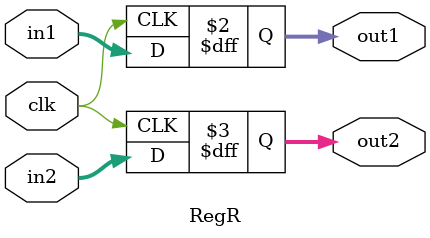
<source format=v>
module RegR (clk, in1, out1, in2, out2);

	input clk;
	input [7:0] in1, in2;
	output reg [7:0] out1, out2;
	
	always @(posedge clk)
	begin
		out1 <= in1;
		out2 <= in2;
   end
endmodule 
</source>
